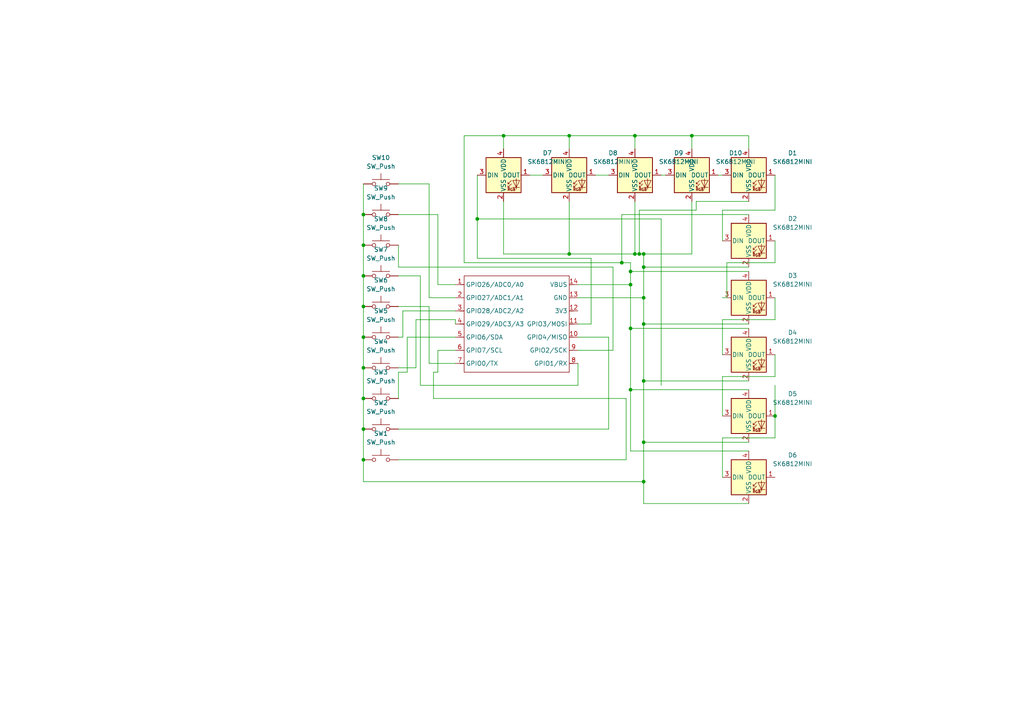
<source format=kicad_sch>
(kicad_sch
	(version 20250114)
	(generator "eeschema")
	(generator_version "9.0")
	(uuid "d5de8b8a-a969-4cce-9d47-435a45ed9171")
	(paper "A4")
	(lib_symbols
		(symbol "LED:SK6812MINI"
			(pin_names
				(offset 0.254)
			)
			(exclude_from_sim no)
			(in_bom yes)
			(on_board yes)
			(property "Reference" "D"
				(at 5.08 5.715 0)
				(effects
					(font
						(size 1.27 1.27)
					)
					(justify right bottom)
				)
			)
			(property "Value" "SK6812MINI"
				(at 1.27 -5.715 0)
				(effects
					(font
						(size 1.27 1.27)
					)
					(justify left top)
				)
			)
			(property "Footprint" "LED_SMD:LED_SK6812MINI_PLCC4_3.5x3.5mm_P1.75mm"
				(at 1.27 -7.62 0)
				(effects
					(font
						(size 1.27 1.27)
					)
					(justify left top)
					(hide yes)
				)
			)
			(property "Datasheet" "https://cdn-shop.adafruit.com/product-files/2686/SK6812MINI_REV.01-1-2.pdf"
				(at 2.54 -9.525 0)
				(effects
					(font
						(size 1.27 1.27)
					)
					(justify left top)
					(hide yes)
				)
			)
			(property "Description" "RGB LED with integrated controller"
				(at 0 0 0)
				(effects
					(font
						(size 1.27 1.27)
					)
					(hide yes)
				)
			)
			(property "ki_keywords" "RGB LED NeoPixel Mini addressable"
				(at 0 0 0)
				(effects
					(font
						(size 1.27 1.27)
					)
					(hide yes)
				)
			)
			(property "ki_fp_filters" "LED*SK6812MINI*PLCC*3.5x3.5mm*P1.75mm*"
				(at 0 0 0)
				(effects
					(font
						(size 1.27 1.27)
					)
					(hide yes)
				)
			)
			(symbol "SK6812MINI_0_0"
				(text "RGB"
					(at 2.286 -4.191 0)
					(effects
						(font
							(size 0.762 0.762)
						)
					)
				)
			)
			(symbol "SK6812MINI_0_1"
				(polyline
					(pts
						(xy 1.27 -2.54) (xy 1.778 -2.54)
					)
					(stroke
						(width 0)
						(type default)
					)
					(fill
						(type none)
					)
				)
				(polyline
					(pts
						(xy 1.27 -3.556) (xy 1.778 -3.556)
					)
					(stroke
						(width 0)
						(type default)
					)
					(fill
						(type none)
					)
				)
				(polyline
					(pts
						(xy 2.286 -1.524) (xy 1.27 -2.54) (xy 1.27 -2.032)
					)
					(stroke
						(width 0)
						(type default)
					)
					(fill
						(type none)
					)
				)
				(polyline
					(pts
						(xy 2.286 -2.54) (xy 1.27 -3.556) (xy 1.27 -3.048)
					)
					(stroke
						(width 0)
						(type default)
					)
					(fill
						(type none)
					)
				)
				(polyline
					(pts
						(xy 3.683 -1.016) (xy 3.683 -3.556) (xy 3.683 -4.064)
					)
					(stroke
						(width 0)
						(type default)
					)
					(fill
						(type none)
					)
				)
				(polyline
					(pts
						(xy 4.699 -1.524) (xy 2.667 -1.524) (xy 3.683 -3.556) (xy 4.699 -1.524)
					)
					(stroke
						(width 0)
						(type default)
					)
					(fill
						(type none)
					)
				)
				(polyline
					(pts
						(xy 4.699 -3.556) (xy 2.667 -3.556)
					)
					(stroke
						(width 0)
						(type default)
					)
					(fill
						(type none)
					)
				)
				(rectangle
					(start 5.08 5.08)
					(end -5.08 -5.08)
					(stroke
						(width 0.254)
						(type default)
					)
					(fill
						(type background)
					)
				)
			)
			(symbol "SK6812MINI_1_1"
				(pin input line
					(at -7.62 0 0)
					(length 2.54)
					(name "DIN"
						(effects
							(font
								(size 1.27 1.27)
							)
						)
					)
					(number "3"
						(effects
							(font
								(size 1.27 1.27)
							)
						)
					)
				)
				(pin power_in line
					(at 0 7.62 270)
					(length 2.54)
					(name "VDD"
						(effects
							(font
								(size 1.27 1.27)
							)
						)
					)
					(number "4"
						(effects
							(font
								(size 1.27 1.27)
							)
						)
					)
				)
				(pin power_in line
					(at 0 -7.62 90)
					(length 2.54)
					(name "VSS"
						(effects
							(font
								(size 1.27 1.27)
							)
						)
					)
					(number "2"
						(effects
							(font
								(size 1.27 1.27)
							)
						)
					)
				)
				(pin output line
					(at 7.62 0 180)
					(length 2.54)
					(name "DOUT"
						(effects
							(font
								(size 1.27 1.27)
							)
						)
					)
					(number "1"
						(effects
							(font
								(size 1.27 1.27)
							)
						)
					)
				)
			)
			(embedded_fonts no)
		)
		(symbol "OPL:XIAO-RP2040-DIP"
			(exclude_from_sim no)
			(in_bom yes)
			(on_board yes)
			(property "Reference" "U"
				(at 0 0 0)
				(effects
					(font
						(size 1.27 1.27)
					)
				)
			)
			(property "Value" "XIAO-RP2040-DIP"
				(at 5.334 -1.778 0)
				(effects
					(font
						(size 1.27 1.27)
					)
				)
			)
			(property "Footprint" "Module:MOUDLE14P-XIAO-DIP-SMD"
				(at 14.478 -32.258 0)
				(effects
					(font
						(size 1.27 1.27)
					)
					(hide yes)
				)
			)
			(property "Datasheet" ""
				(at 0 0 0)
				(effects
					(font
						(size 1.27 1.27)
					)
					(hide yes)
				)
			)
			(property "Description" ""
				(at 0 0 0)
				(effects
					(font
						(size 1.27 1.27)
					)
					(hide yes)
				)
			)
			(symbol "XIAO-RP2040-DIP_1_0"
				(polyline
					(pts
						(xy -1.27 -2.54) (xy 29.21 -2.54)
					)
					(stroke
						(width 0.1524)
						(type solid)
					)
					(fill
						(type none)
					)
				)
				(polyline
					(pts
						(xy -1.27 -5.08) (xy -2.54 -5.08)
					)
					(stroke
						(width 0.1524)
						(type solid)
					)
					(fill
						(type none)
					)
				)
				(polyline
					(pts
						(xy -1.27 -5.08) (xy -1.27 -2.54)
					)
					(stroke
						(width 0.1524)
						(type solid)
					)
					(fill
						(type none)
					)
				)
				(polyline
					(pts
						(xy -1.27 -8.89) (xy -2.54 -8.89)
					)
					(stroke
						(width 0.1524)
						(type solid)
					)
					(fill
						(type none)
					)
				)
				(polyline
					(pts
						(xy -1.27 -8.89) (xy -1.27 -5.08)
					)
					(stroke
						(width 0.1524)
						(type solid)
					)
					(fill
						(type none)
					)
				)
				(polyline
					(pts
						(xy -1.27 -12.7) (xy -2.54 -12.7)
					)
					(stroke
						(width 0.1524)
						(type solid)
					)
					(fill
						(type none)
					)
				)
				(polyline
					(pts
						(xy -1.27 -12.7) (xy -1.27 -8.89)
					)
					(stroke
						(width 0.1524)
						(type solid)
					)
					(fill
						(type none)
					)
				)
				(polyline
					(pts
						(xy -1.27 -16.51) (xy -2.54 -16.51)
					)
					(stroke
						(width 0.1524)
						(type solid)
					)
					(fill
						(type none)
					)
				)
				(polyline
					(pts
						(xy -1.27 -16.51) (xy -1.27 -12.7)
					)
					(stroke
						(width 0.1524)
						(type solid)
					)
					(fill
						(type none)
					)
				)
				(polyline
					(pts
						(xy -1.27 -20.32) (xy -2.54 -20.32)
					)
					(stroke
						(width 0.1524)
						(type solid)
					)
					(fill
						(type none)
					)
				)
				(polyline
					(pts
						(xy -1.27 -24.13) (xy -2.54 -24.13)
					)
					(stroke
						(width 0.1524)
						(type solid)
					)
					(fill
						(type none)
					)
				)
				(polyline
					(pts
						(xy -1.27 -27.94) (xy -2.54 -27.94)
					)
					(stroke
						(width 0.1524)
						(type solid)
					)
					(fill
						(type none)
					)
				)
				(polyline
					(pts
						(xy -1.27 -30.48) (xy -1.27 -16.51)
					)
					(stroke
						(width 0.1524)
						(type solid)
					)
					(fill
						(type none)
					)
				)
				(polyline
					(pts
						(xy 29.21 -2.54) (xy 29.21 -5.08)
					)
					(stroke
						(width 0.1524)
						(type solid)
					)
					(fill
						(type none)
					)
				)
				(polyline
					(pts
						(xy 29.21 -5.08) (xy 29.21 -8.89)
					)
					(stroke
						(width 0.1524)
						(type solid)
					)
					(fill
						(type none)
					)
				)
				(polyline
					(pts
						(xy 29.21 -8.89) (xy 29.21 -12.7)
					)
					(stroke
						(width 0.1524)
						(type solid)
					)
					(fill
						(type none)
					)
				)
				(polyline
					(pts
						(xy 29.21 -12.7) (xy 29.21 -30.48)
					)
					(stroke
						(width 0.1524)
						(type solid)
					)
					(fill
						(type none)
					)
				)
				(polyline
					(pts
						(xy 29.21 -30.48) (xy -1.27 -30.48)
					)
					(stroke
						(width 0.1524)
						(type solid)
					)
					(fill
						(type none)
					)
				)
				(polyline
					(pts
						(xy 30.48 -5.08) (xy 29.21 -5.08)
					)
					(stroke
						(width 0.1524)
						(type solid)
					)
					(fill
						(type none)
					)
				)
				(polyline
					(pts
						(xy 30.48 -8.89) (xy 29.21 -8.89)
					)
					(stroke
						(width 0.1524)
						(type solid)
					)
					(fill
						(type none)
					)
				)
				(polyline
					(pts
						(xy 30.48 -12.7) (xy 29.21 -12.7)
					)
					(stroke
						(width 0.1524)
						(type solid)
					)
					(fill
						(type none)
					)
				)
				(polyline
					(pts
						(xy 30.48 -16.51) (xy 29.21 -16.51)
					)
					(stroke
						(width 0.1524)
						(type solid)
					)
					(fill
						(type none)
					)
				)
				(polyline
					(pts
						(xy 30.48 -20.32) (xy 29.21 -20.32)
					)
					(stroke
						(width 0.1524)
						(type solid)
					)
					(fill
						(type none)
					)
				)
				(polyline
					(pts
						(xy 30.48 -24.13) (xy 29.21 -24.13)
					)
					(stroke
						(width 0.1524)
						(type solid)
					)
					(fill
						(type none)
					)
				)
				(polyline
					(pts
						(xy 30.48 -27.94) (xy 29.21 -27.94)
					)
					(stroke
						(width 0.1524)
						(type solid)
					)
					(fill
						(type none)
					)
				)
				(pin passive line
					(at -3.81 -5.08 0)
					(length 2.54)
					(name "GPIO26/ADC0/A0"
						(effects
							(font
								(size 1.27 1.27)
							)
						)
					)
					(number "1"
						(effects
							(font
								(size 1.27 1.27)
							)
						)
					)
				)
				(pin passive line
					(at -3.81 -8.89 0)
					(length 2.54)
					(name "GPIO27/ADC1/A1"
						(effects
							(font
								(size 1.27 1.27)
							)
						)
					)
					(number "2"
						(effects
							(font
								(size 1.27 1.27)
							)
						)
					)
				)
				(pin passive line
					(at -3.81 -12.7 0)
					(length 2.54)
					(name "GPIO28/ADC2/A2"
						(effects
							(font
								(size 1.27 1.27)
							)
						)
					)
					(number "3"
						(effects
							(font
								(size 1.27 1.27)
							)
						)
					)
				)
				(pin passive line
					(at -3.81 -16.51 0)
					(length 2.54)
					(name "GPIO29/ADC3/A3"
						(effects
							(font
								(size 1.27 1.27)
							)
						)
					)
					(number "4"
						(effects
							(font
								(size 1.27 1.27)
							)
						)
					)
				)
				(pin passive line
					(at -3.81 -20.32 0)
					(length 2.54)
					(name "GPIO6/SDA"
						(effects
							(font
								(size 1.27 1.27)
							)
						)
					)
					(number "5"
						(effects
							(font
								(size 1.27 1.27)
							)
						)
					)
				)
				(pin passive line
					(at -3.81 -24.13 0)
					(length 2.54)
					(name "GPIO7/SCL"
						(effects
							(font
								(size 1.27 1.27)
							)
						)
					)
					(number "6"
						(effects
							(font
								(size 1.27 1.27)
							)
						)
					)
				)
				(pin passive line
					(at -3.81 -27.94 0)
					(length 2.54)
					(name "GPIO0/TX"
						(effects
							(font
								(size 1.27 1.27)
							)
						)
					)
					(number "7"
						(effects
							(font
								(size 1.27 1.27)
							)
						)
					)
				)
				(pin passive line
					(at 31.75 -5.08 180)
					(length 2.54)
					(name "VBUS"
						(effects
							(font
								(size 1.27 1.27)
							)
						)
					)
					(number "14"
						(effects
							(font
								(size 1.27 1.27)
							)
						)
					)
				)
				(pin passive line
					(at 31.75 -8.89 180)
					(length 2.54)
					(name "GND"
						(effects
							(font
								(size 1.27 1.27)
							)
						)
					)
					(number "13"
						(effects
							(font
								(size 1.27 1.27)
							)
						)
					)
				)
				(pin passive line
					(at 31.75 -12.7 180)
					(length 2.54)
					(name "3V3"
						(effects
							(font
								(size 1.27 1.27)
							)
						)
					)
					(number "12"
						(effects
							(font
								(size 1.27 1.27)
							)
						)
					)
				)
				(pin passive line
					(at 31.75 -16.51 180)
					(length 2.54)
					(name "GPIO3/MOSI"
						(effects
							(font
								(size 1.27 1.27)
							)
						)
					)
					(number "11"
						(effects
							(font
								(size 1.27 1.27)
							)
						)
					)
				)
				(pin passive line
					(at 31.75 -20.32 180)
					(length 2.54)
					(name "GPIO4/MISO"
						(effects
							(font
								(size 1.27 1.27)
							)
						)
					)
					(number "10"
						(effects
							(font
								(size 1.27 1.27)
							)
						)
					)
				)
				(pin passive line
					(at 31.75 -24.13 180)
					(length 2.54)
					(name "GPIO2/SCK"
						(effects
							(font
								(size 1.27 1.27)
							)
						)
					)
					(number "9"
						(effects
							(font
								(size 1.27 1.27)
							)
						)
					)
				)
				(pin passive line
					(at 31.75 -27.94 180)
					(length 2.54)
					(name "GPIO1/RX"
						(effects
							(font
								(size 1.27 1.27)
							)
						)
					)
					(number "8"
						(effects
							(font
								(size 1.27 1.27)
							)
						)
					)
				)
			)
			(embedded_fonts no)
		)
		(symbol "Switch:SW_Push"
			(pin_numbers
				(hide yes)
			)
			(pin_names
				(offset 1.016)
				(hide yes)
			)
			(exclude_from_sim no)
			(in_bom yes)
			(on_board yes)
			(property "Reference" "SW"
				(at 1.27 2.54 0)
				(effects
					(font
						(size 1.27 1.27)
					)
					(justify left)
				)
			)
			(property "Value" "SW_Push"
				(at 0 -1.524 0)
				(effects
					(font
						(size 1.27 1.27)
					)
				)
			)
			(property "Footprint" ""
				(at 0 5.08 0)
				(effects
					(font
						(size 1.27 1.27)
					)
					(hide yes)
				)
			)
			(property "Datasheet" "~"
				(at 0 5.08 0)
				(effects
					(font
						(size 1.27 1.27)
					)
					(hide yes)
				)
			)
			(property "Description" "Push button switch, generic, two pins"
				(at 0 0 0)
				(effects
					(font
						(size 1.27 1.27)
					)
					(hide yes)
				)
			)
			(property "ki_keywords" "switch normally-open pushbutton push-button"
				(at 0 0 0)
				(effects
					(font
						(size 1.27 1.27)
					)
					(hide yes)
				)
			)
			(symbol "SW_Push_0_1"
				(circle
					(center -2.032 0)
					(radius 0.508)
					(stroke
						(width 0)
						(type default)
					)
					(fill
						(type none)
					)
				)
				(polyline
					(pts
						(xy 0 1.27) (xy 0 3.048)
					)
					(stroke
						(width 0)
						(type default)
					)
					(fill
						(type none)
					)
				)
				(circle
					(center 2.032 0)
					(radius 0.508)
					(stroke
						(width 0)
						(type default)
					)
					(fill
						(type none)
					)
				)
				(polyline
					(pts
						(xy 2.54 1.27) (xy -2.54 1.27)
					)
					(stroke
						(width 0)
						(type default)
					)
					(fill
						(type none)
					)
				)
				(pin passive line
					(at -5.08 0 0)
					(length 2.54)
					(name "1"
						(effects
							(font
								(size 1.27 1.27)
							)
						)
					)
					(number "1"
						(effects
							(font
								(size 1.27 1.27)
							)
						)
					)
				)
				(pin passive line
					(at 5.08 0 180)
					(length 2.54)
					(name "2"
						(effects
							(font
								(size 1.27 1.27)
							)
						)
					)
					(number "2"
						(effects
							(font
								(size 1.27 1.27)
							)
						)
					)
				)
			)
			(embedded_fonts no)
		)
	)
	(junction
		(at 105.41 62.23)
		(diameter 0)
		(color 0 0 0 0)
		(uuid "0047bdeb-57ac-4e99-b292-e839e42efdec")
	)
	(junction
		(at 186.69 73.66)
		(diameter 0)
		(color 0 0 0 0)
		(uuid "03f9a76e-0014-4d13-b35e-5d0e6dad82c8")
	)
	(junction
		(at 105.41 97.79)
		(diameter 0)
		(color 0 0 0 0)
		(uuid "04bcc0b2-ab5a-4de6-ae6d-9abccf9101c1")
	)
	(junction
		(at 180.34 76.2)
		(diameter 0)
		(color 0 0 0 0)
		(uuid "09f88121-fc0c-422a-9386-1d2b33cbb63e")
	)
	(junction
		(at 165.1 39.37)
		(diameter 0)
		(color 0 0 0 0)
		(uuid "1fce1534-4247-4c60-8c88-f91b07006e35")
	)
	(junction
		(at 146.05 39.37)
		(diameter 0)
		(color 0 0 0 0)
		(uuid "225bde15-f09f-4427-a390-232b99c605e2")
	)
	(junction
		(at 224.79 120.65)
		(diameter 0)
		(color 0 0 0 0)
		(uuid "2c0411c8-bfdc-49ca-816c-b0b52a13e2e1")
	)
	(junction
		(at 200.66 39.37)
		(diameter 0)
		(color 0 0 0 0)
		(uuid "3c649ffe-0de1-4e0e-aa50-d9b9409ede97")
	)
	(junction
		(at 186.69 86.36)
		(diameter 0)
		(color 0 0 0 0)
		(uuid "3d0a6b8d-919d-4dd5-9196-43082cb7014c")
	)
	(junction
		(at 185.42 73.66)
		(diameter 0)
		(color 0 0 0 0)
		(uuid "3d889331-a808-444e-a26a-e72060d4c2da")
	)
	(junction
		(at 165.1 73.66)
		(diameter 0)
		(color 0 0 0 0)
		(uuid "4b0aa1ee-3346-4883-9318-14d098c5a2c5")
	)
	(junction
		(at 186.69 128.27)
		(diameter 0)
		(color 0 0 0 0)
		(uuid "52eff3c5-18ca-4430-b697-96721b0ccb43")
	)
	(junction
		(at 105.41 124.46)
		(diameter 0)
		(color 0 0 0 0)
		(uuid "615f0b2b-10cc-4865-bf3e-996cbc10bef0")
	)
	(junction
		(at 105.41 80.01)
		(diameter 0)
		(color 0 0 0 0)
		(uuid "62f78744-3f84-4ef9-bf3c-e5a582ea627c")
	)
	(junction
		(at 182.88 78.74)
		(diameter 0)
		(color 0 0 0 0)
		(uuid "6c6eff39-1c26-4efa-8c26-9272f7d2ae22")
	)
	(junction
		(at 182.88 95.25)
		(diameter 0)
		(color 0 0 0 0)
		(uuid "777adcee-e853-4efa-bd50-27cf646ac751")
	)
	(junction
		(at 105.41 133.35)
		(diameter 0)
		(color 0 0 0 0)
		(uuid "8608d71c-7d4c-4eb9-b189-f6c77663b0e8")
	)
	(junction
		(at 184.15 39.37)
		(diameter 0)
		(color 0 0 0 0)
		(uuid "9061bdd6-e101-4da5-96a7-bd2c4dd43a39")
	)
	(junction
		(at 105.41 88.9)
		(diameter 0)
		(color 0 0 0 0)
		(uuid "9cec92ed-7219-4b74-b622-ae7bc46db941")
	)
	(junction
		(at 184.15 73.66)
		(diameter 0)
		(color 0 0 0 0)
		(uuid "9db098c0-2f80-46b7-b876-c1e6bc0482d0")
	)
	(junction
		(at 182.88 82.55)
		(diameter 0)
		(color 0 0 0 0)
		(uuid "a6616dfd-8a2a-4cf6-ad5a-6ee66d12f2f9")
	)
	(junction
		(at 182.88 113.03)
		(diameter 0)
		(color 0 0 0 0)
		(uuid "a82f01e6-56c1-4c54-b6e7-5c9aedab0e3a")
	)
	(junction
		(at 186.69 139.7)
		(diameter 0)
		(color 0 0 0 0)
		(uuid "d954a311-12bc-4f71-bab5-9c90294592a1")
	)
	(junction
		(at 105.41 106.68)
		(diameter 0)
		(color 0 0 0 0)
		(uuid "e0d074eb-b8e6-4d9c-b658-88107bd298fa")
	)
	(junction
		(at 138.43 63.5)
		(diameter 0)
		(color 0 0 0 0)
		(uuid "e5b578e7-82af-47de-8b75-463ccb28055f")
	)
	(junction
		(at 105.41 71.12)
		(diameter 0)
		(color 0 0 0 0)
		(uuid "eace24f4-37e3-4e76-9cf0-91e904c8967d")
	)
	(junction
		(at 186.69 110.49)
		(diameter 0)
		(color 0 0 0 0)
		(uuid "f56cd174-eb8b-48fa-a876-1367d973eeb9")
	)
	(junction
		(at 105.41 115.57)
		(diameter 0)
		(color 0 0 0 0)
		(uuid "f9486446-ccb1-47e7-a9ba-c9190b08351b")
	)
	(junction
		(at 186.69 77.47)
		(diameter 0)
		(color 0 0 0 0)
		(uuid "f95c2660-3531-44ca-afab-9e539e57731e")
	)
	(junction
		(at 186.69 93.98)
		(diameter 0)
		(color 0 0 0 0)
		(uuid "fc5c9df7-365a-4778-b2da-f6dcc5c31a01")
	)
	(wire
		(pts
			(xy 105.41 106.68) (xy 105.41 115.57)
		)
		(stroke
			(width 0)
			(type default)
		)
		(uuid "00ad617c-25bd-4211-8dfe-cfe89d1b44ff")
	)
	(wire
		(pts
			(xy 115.57 80.01) (xy 121.92 80.01)
		)
		(stroke
			(width 0)
			(type default)
		)
		(uuid "0420be2d-d34a-4b9d-bd26-3dccf17fbadf")
	)
	(wire
		(pts
			(xy 138.43 74.93) (xy 171.45 74.93)
		)
		(stroke
			(width 0)
			(type default)
		)
		(uuid "055b0ce8-2df3-4a86-a14f-d617148b0b16")
	)
	(wire
		(pts
			(xy 184.15 39.37) (xy 200.66 39.37)
		)
		(stroke
			(width 0)
			(type default)
		)
		(uuid "06d841ca-8e90-4da5-8d39-bdbc984e626d")
	)
	(wire
		(pts
			(xy 209.55 127) (xy 209.55 138.43)
		)
		(stroke
			(width 0)
			(type default)
		)
		(uuid "0a3d8781-4fc4-48ff-9a3a-184bc5be497b")
	)
	(wire
		(pts
			(xy 120.65 106.68) (xy 120.65 92.71)
		)
		(stroke
			(width 0)
			(type default)
		)
		(uuid "10a8e521-a975-4661-ad60-93c2cae238c8")
	)
	(wire
		(pts
			(xy 120.65 92.71) (xy 132.08 92.71)
		)
		(stroke
			(width 0)
			(type default)
		)
		(uuid "114016d1-fae5-4879-89e9-a0b81d65c78e")
	)
	(wire
		(pts
			(xy 176.53 97.79) (xy 176.53 124.46)
		)
		(stroke
			(width 0)
			(type default)
		)
		(uuid "169e4e50-0b68-4311-ad8c-ee39f2694999")
	)
	(wire
		(pts
			(xy 105.41 53.34) (xy 105.41 62.23)
		)
		(stroke
			(width 0)
			(type default)
		)
		(uuid "1a1fca3e-3f71-43f5-b0d3-eb416ea65509")
	)
	(wire
		(pts
			(xy 165.1 58.42) (xy 165.1 73.66)
		)
		(stroke
			(width 0)
			(type default)
		)
		(uuid "1a88474b-0cdb-4948-87b2-e5cee1fecc5f")
	)
	(wire
		(pts
			(xy 208.28 50.8) (xy 209.55 50.8)
		)
		(stroke
			(width 0)
			(type default)
		)
		(uuid "1ba0482d-0f6e-40b3-ac20-9067c0d929ac")
	)
	(wire
		(pts
			(xy 217.17 146.05) (xy 186.69 146.05)
		)
		(stroke
			(width 0)
			(type default)
		)
		(uuid "1c86cf24-b13b-409b-bfb5-36b8e98c7160")
	)
	(wire
		(pts
			(xy 138.43 50.8) (xy 138.43 63.5)
		)
		(stroke
			(width 0)
			(type default)
		)
		(uuid "20d9d5b3-9d7f-4ca6-af6c-9266acbdbc40")
	)
	(wire
		(pts
			(xy 124.46 105.41) (xy 124.46 88.9)
		)
		(stroke
			(width 0)
			(type default)
		)
		(uuid "22e60fc0-593c-4750-af74-a7681a8a54b2")
	)
	(wire
		(pts
			(xy 105.41 124.46) (xy 105.41 133.35)
		)
		(stroke
			(width 0)
			(type default)
		)
		(uuid "25f3d19f-3b4d-471e-8534-16ae8212f10d")
	)
	(wire
		(pts
			(xy 224.79 120.65) (xy 224.79 111.76)
		)
		(stroke
			(width 0)
			(type default)
		)
		(uuid "2a810009-2943-4de5-88cb-c9127f422b68")
	)
	(wire
		(pts
			(xy 200.66 73.66) (xy 186.69 73.66)
		)
		(stroke
			(width 0)
			(type default)
		)
		(uuid "319cd0cb-6acb-41e8-86fc-157fa8b2e96e")
	)
	(wire
		(pts
			(xy 124.46 88.9) (xy 115.57 88.9)
		)
		(stroke
			(width 0)
			(type default)
		)
		(uuid "343fa05d-2bdb-4a04-b2e6-ec64064f8109")
	)
	(wire
		(pts
			(xy 153.67 50.8) (xy 157.48 50.8)
		)
		(stroke
			(width 0)
			(type default)
		)
		(uuid "34dc9a52-1023-4795-930c-a363dd8affb1")
	)
	(wire
		(pts
			(xy 125.73 107.95) (xy 125.73 115.57)
		)
		(stroke
			(width 0)
			(type default)
		)
		(uuid "370949d8-060a-46ae-9514-22e5980b8d2a")
	)
	(wire
		(pts
			(xy 165.1 39.37) (xy 184.15 39.37)
		)
		(stroke
			(width 0)
			(type default)
		)
		(uuid "37dc8719-94f7-426a-a1eb-e8bd06dd419f")
	)
	(wire
		(pts
			(xy 124.46 53.34) (xy 115.57 53.34)
		)
		(stroke
			(width 0)
			(type default)
		)
		(uuid "39601d47-6bc7-4c96-9fc2-b89916e10308")
	)
	(wire
		(pts
			(xy 224.79 127) (xy 209.55 127)
		)
		(stroke
			(width 0)
			(type default)
		)
		(uuid "3a2dd9e4-d5ab-487b-8332-35032063d533")
	)
	(wire
		(pts
			(xy 200.66 39.37) (xy 200.66 43.18)
		)
		(stroke
			(width 0)
			(type default)
		)
		(uuid "3bf90a8f-811e-4ef6-8b83-6beb768f8f11")
	)
	(wire
		(pts
			(xy 146.05 73.66) (xy 165.1 73.66)
		)
		(stroke
			(width 0)
			(type default)
		)
		(uuid "3bfa0213-2356-440e-80b5-8c6b1ad14400")
	)
	(wire
		(pts
			(xy 105.41 133.35) (xy 105.41 139.7)
		)
		(stroke
			(width 0)
			(type default)
		)
		(uuid "3c3591c4-57b2-4622-af59-660fe07d0d0e")
	)
	(wire
		(pts
			(xy 182.88 76.2) (xy 180.34 76.2)
		)
		(stroke
			(width 0)
			(type default)
		)
		(uuid "3d0756ea-5fed-4f86-9f6f-90a3fb01dc94")
	)
	(wire
		(pts
			(xy 186.69 93.98) (xy 186.69 110.49)
		)
		(stroke
			(width 0)
			(type default)
		)
		(uuid "3d4fef25-324b-491c-9910-37f8affcbc2b")
	)
	(wire
		(pts
			(xy 200.66 39.37) (xy 217.17 39.37)
		)
		(stroke
			(width 0)
			(type default)
		)
		(uuid "3f6cc600-0883-464f-9feb-375a3a38336d")
	)
	(wire
		(pts
			(xy 224.79 60.96) (xy 209.55 60.96)
		)
		(stroke
			(width 0)
			(type default)
		)
		(uuid "400e5c24-5439-4b12-9f2e-0404af90fbd4")
	)
	(wire
		(pts
			(xy 184.15 58.42) (xy 184.15 73.66)
		)
		(stroke
			(width 0)
			(type default)
		)
		(uuid "41bdf6ef-c074-4a0d-ab24-1b6ba163e808")
	)
	(wire
		(pts
			(xy 105.41 115.57) (xy 105.41 124.46)
		)
		(stroke
			(width 0)
			(type default)
		)
		(uuid "4337139c-acec-487e-93f6-3b27061ec0d2")
	)
	(wire
		(pts
			(xy 201.93 58.42) (xy 201.93 60.96)
		)
		(stroke
			(width 0)
			(type default)
		)
		(uuid "449adc2a-3a58-445f-b876-b1247c131808")
	)
	(wire
		(pts
			(xy 182.88 113.03) (xy 182.88 130.81)
		)
		(stroke
			(width 0)
			(type default)
		)
		(uuid "45ad7059-6703-4cba-a492-3de3a35ce5da")
	)
	(wire
		(pts
			(xy 105.41 80.01) (xy 105.41 88.9)
		)
		(stroke
			(width 0)
			(type default)
		)
		(uuid "480fe8d0-314c-4562-b58b-52e64ed1411c")
	)
	(wire
		(pts
			(xy 217.17 110.49) (xy 186.69 110.49)
		)
		(stroke
			(width 0)
			(type default)
		)
		(uuid "4877803c-3f6f-4bfc-82e0-dc91118ad904")
	)
	(wire
		(pts
			(xy 146.05 39.37) (xy 146.05 43.18)
		)
		(stroke
			(width 0)
			(type default)
		)
		(uuid "48a533c0-7494-454d-aca5-dbe0531b4414")
	)
	(wire
		(pts
			(xy 125.73 107.95) (xy 127 107.95)
		)
		(stroke
			(width 0)
			(type default)
		)
		(uuid "4a4efe57-77da-4a63-80df-32661b520022")
	)
	(wire
		(pts
			(xy 176.53 97.79) (xy 167.64 97.79)
		)
		(stroke
			(width 0)
			(type default)
		)
		(uuid "4b1f30cd-be12-43c7-924a-068d68dec94b")
	)
	(wire
		(pts
			(xy 186.69 77.47) (xy 186.69 86.36)
		)
		(stroke
			(width 0)
			(type default)
		)
		(uuid "4c3586c3-e4d7-4edf-8673-c6291bbe2cab")
	)
	(wire
		(pts
			(xy 224.79 86.36) (xy 224.79 92.71)
		)
		(stroke
			(width 0)
			(type default)
		)
		(uuid "4ea7c2f3-fd8c-4a9e-98ec-0f9c798b2d41")
	)
	(wire
		(pts
			(xy 171.45 93.98) (xy 167.64 93.98)
		)
		(stroke
			(width 0)
			(type default)
		)
		(uuid "53b10546-b446-4bdd-b469-951e224c4f08")
	)
	(wire
		(pts
			(xy 132.08 92.71) (xy 132.08 93.98)
		)
		(stroke
			(width 0)
			(type default)
		)
		(uuid "54fa54e0-6d21-4079-a5fc-cea55b33467b")
	)
	(wire
		(pts
			(xy 165.1 39.37) (xy 165.1 43.18)
		)
		(stroke
			(width 0)
			(type default)
		)
		(uuid "566e8c77-d763-44ab-a7fa-a8133b418028")
	)
	(wire
		(pts
			(xy 115.57 106.68) (xy 120.65 106.68)
		)
		(stroke
			(width 0)
			(type default)
		)
		(uuid "5b774333-d9a2-45b0-b3d7-d0b6f59b010d")
	)
	(wire
		(pts
			(xy 209.55 109.22) (xy 209.55 120.65)
		)
		(stroke
			(width 0)
			(type default)
		)
		(uuid "5fba0a21-7e3f-4860-b9fe-7c4a896ab35f")
	)
	(wire
		(pts
			(xy 167.64 111.76) (xy 167.64 105.41)
		)
		(stroke
			(width 0)
			(type default)
		)
		(uuid "6381a872-2f46-47ca-8b4c-5a1b4bc107de")
	)
	(wire
		(pts
			(xy 182.88 95.25) (xy 217.17 95.25)
		)
		(stroke
			(width 0)
			(type default)
		)
		(uuid "69ae4e4d-96c9-41a3-8109-521448765424")
	)
	(wire
		(pts
			(xy 217.17 78.74) (xy 182.88 78.74)
		)
		(stroke
			(width 0)
			(type default)
		)
		(uuid "70131f5f-f6e6-4d7b-b51b-fdf8a6533b3d")
	)
	(wire
		(pts
			(xy 186.69 128.27) (xy 217.17 128.27)
		)
		(stroke
			(width 0)
			(type default)
		)
		(uuid "724fd2d1-c688-4dc9-a6c5-ecdcc3cad49a")
	)
	(wire
		(pts
			(xy 167.64 86.36) (xy 186.69 86.36)
		)
		(stroke
			(width 0)
			(type default)
		)
		(uuid "75880dc8-06de-42f8-8141-8847d65e96e2")
	)
	(wire
		(pts
			(xy 171.45 74.93) (xy 171.45 93.98)
		)
		(stroke
			(width 0)
			(type default)
		)
		(uuid "762605c6-5679-41b6-87c7-8283d00d6069")
	)
	(wire
		(pts
			(xy 209.55 92.71) (xy 209.55 102.87)
		)
		(stroke
			(width 0)
			(type default)
		)
		(uuid "7bf04949-fa61-49b1-b7ff-dfff7b75d413")
	)
	(wire
		(pts
			(xy 105.41 71.12) (xy 105.41 80.01)
		)
		(stroke
			(width 0)
			(type default)
		)
		(uuid "7c8d76c4-8cba-44e9-a6fa-c04f0b88766d")
	)
	(wire
		(pts
			(xy 217.17 62.23) (xy 180.34 62.23)
		)
		(stroke
			(width 0)
			(type default)
		)
		(uuid "80a749d9-4436-4311-9c8d-66cf9ebfeb5b")
	)
	(wire
		(pts
			(xy 181.61 133.35) (xy 115.57 133.35)
		)
		(stroke
			(width 0)
			(type default)
		)
		(uuid "824465d6-3b20-4434-8523-488f841a9660")
	)
	(wire
		(pts
			(xy 186.69 73.66) (xy 186.69 77.47)
		)
		(stroke
			(width 0)
			(type default)
		)
		(uuid "82529de5-3fa7-4c75-86bf-2bc95bc8a768")
	)
	(wire
		(pts
			(xy 191.77 50.8) (xy 193.04 50.8)
		)
		(stroke
			(width 0)
			(type default)
		)
		(uuid "872cf325-c0ff-43cf-ac5f-201dba4db97b")
	)
	(wire
		(pts
			(xy 167.64 82.55) (xy 182.88 82.55)
		)
		(stroke
			(width 0)
			(type default)
		)
		(uuid "87746e01-f35b-4252-b9fb-81a206761779")
	)
	(wire
		(pts
			(xy 186.69 93.98) (xy 217.17 93.98)
		)
		(stroke
			(width 0)
			(type default)
		)
		(uuid "87c9534f-9545-4395-a6ea-02cef7dcdc30")
	)
	(wire
		(pts
			(xy 185.42 73.66) (xy 186.69 73.66)
		)
		(stroke
			(width 0)
			(type default)
		)
		(uuid "8a65b521-10f9-453b-ba94-5516becbf23b")
	)
	(wire
		(pts
			(xy 134.62 39.37) (xy 146.05 39.37)
		)
		(stroke
			(width 0)
			(type default)
		)
		(uuid "8c47760d-eab6-4ff2-a4aa-560140373542")
	)
	(wire
		(pts
			(xy 118.11 107.95) (xy 118.11 97.79)
		)
		(stroke
			(width 0)
			(type default)
		)
		(uuid "8ef41057-dbe8-40f7-a1a3-29751cfdc7a9")
	)
	(wire
		(pts
			(xy 224.79 92.71) (xy 209.55 92.71)
		)
		(stroke
			(width 0)
			(type default)
		)
		(uuid "8f71746e-d88b-4b49-90d6-6d8ec1a13f69")
	)
	(wire
		(pts
			(xy 121.92 111.76) (xy 167.64 111.76)
		)
		(stroke
			(width 0)
			(type default)
		)
		(uuid "90c85a67-1f50-4af1-9cac-5eb063673d2b")
	)
	(wire
		(pts
			(xy 125.73 115.57) (xy 181.61 115.57)
		)
		(stroke
			(width 0)
			(type default)
		)
		(uuid "91467c1d-49ab-4724-93cf-7a5c6c9ff368")
	)
	(wire
		(pts
			(xy 209.55 86.36) (xy 210.82 86.36)
		)
		(stroke
			(width 0)
			(type default)
		)
		(uuid "91cdbdf5-f011-490a-a1b4-f572e746dd40")
	)
	(wire
		(pts
			(xy 186.69 128.27) (xy 186.69 139.7)
		)
		(stroke
			(width 0)
			(type default)
		)
		(uuid "943fd3cc-94bd-474f-a990-2d06b4f2374c")
	)
	(wire
		(pts
			(xy 116.84 97.79) (xy 115.57 97.79)
		)
		(stroke
			(width 0)
			(type default)
		)
		(uuid "94fd65ff-1f8c-4501-b797-1b5b935d7329")
	)
	(wire
		(pts
			(xy 124.46 53.34) (xy 124.46 86.36)
		)
		(stroke
			(width 0)
			(type default)
		)
		(uuid "950947cf-ec43-4d84-b544-4e08169c8213")
	)
	(wire
		(pts
			(xy 224.79 120.65) (xy 224.79 127)
		)
		(stroke
			(width 0)
			(type default)
		)
		(uuid "980bad8d-d86d-4196-ab0d-cac77aab9b34")
	)
	(wire
		(pts
			(xy 105.41 62.23) (xy 105.41 71.12)
		)
		(stroke
			(width 0)
			(type default)
		)
		(uuid "9c30f50c-49c9-4dad-bdaa-02df069faaa6")
	)
	(wire
		(pts
			(xy 116.84 90.17) (xy 116.84 97.79)
		)
		(stroke
			(width 0)
			(type default)
		)
		(uuid "9cf807db-9ac2-488d-a4d1-4ce82b4b9b7b")
	)
	(wire
		(pts
			(xy 127 107.95) (xy 127 101.6)
		)
		(stroke
			(width 0)
			(type default)
		)
		(uuid "9d0846f1-32b8-4ba5-b741-62151f0395ca")
	)
	(wire
		(pts
			(xy 105.41 97.79) (xy 105.41 106.68)
		)
		(stroke
			(width 0)
			(type default)
		)
		(uuid "9ff4ccf4-fe1c-43fd-966a-9a887c353b95")
	)
	(wire
		(pts
			(xy 186.69 93.98) (xy 186.69 86.36)
		)
		(stroke
			(width 0)
			(type default)
		)
		(uuid "a1fd330a-c597-4a98-9c2c-37a14f18e27f")
	)
	(wire
		(pts
			(xy 209.55 60.96) (xy 209.55 69.85)
		)
		(stroke
			(width 0)
			(type default)
		)
		(uuid "a3f9236d-861e-4593-b14e-ea55f6ba75bf")
	)
	(wire
		(pts
			(xy 217.17 58.42) (xy 201.93 58.42)
		)
		(stroke
			(width 0)
			(type default)
		)
		(uuid "a44c3a0e-f2d6-480f-b77d-6cf76b220b1a")
	)
	(wire
		(pts
			(xy 132.08 86.36) (xy 124.46 86.36)
		)
		(stroke
			(width 0)
			(type default)
		)
		(uuid "a6eb568c-1e53-4092-bf8c-c6d9079bb968")
	)
	(wire
		(pts
			(xy 115.57 71.12) (xy 115.57 77.47)
		)
		(stroke
			(width 0)
			(type default)
		)
		(uuid "a7aad040-7812-4157-bee9-7a1985a19e3a")
	)
	(wire
		(pts
			(xy 181.61 133.35) (xy 181.61 115.57)
		)
		(stroke
			(width 0)
			(type default)
		)
		(uuid "abd0e567-b643-4b78-9d49-70f6c0b10a8e")
	)
	(wire
		(pts
			(xy 115.57 115.57) (xy 115.57 107.95)
		)
		(stroke
			(width 0)
			(type default)
		)
		(uuid "ad9282c5-e37e-44ec-8911-ace58a237a0d")
	)
	(wire
		(pts
			(xy 115.57 107.95) (xy 118.11 107.95)
		)
		(stroke
			(width 0)
			(type default)
		)
		(uuid "af7cbdda-6b20-4375-909d-864548045e52")
	)
	(wire
		(pts
			(xy 115.57 77.47) (xy 177.8 77.47)
		)
		(stroke
			(width 0)
			(type default)
		)
		(uuid "b0900cc2-a32b-458a-89b6-6c763229b806")
	)
	(wire
		(pts
			(xy 127 82.55) (xy 127 62.23)
		)
		(stroke
			(width 0)
			(type default)
		)
		(uuid "b2272671-eb10-48a0-81de-dd7387254b34")
	)
	(wire
		(pts
			(xy 182.88 95.25) (xy 182.88 113.03)
		)
		(stroke
			(width 0)
			(type default)
		)
		(uuid "b2a436bf-2046-4b7c-8e71-bd722dff965f")
	)
	(wire
		(pts
			(xy 115.57 62.23) (xy 127 62.23)
		)
		(stroke
			(width 0)
			(type default)
		)
		(uuid "b3418caf-8ff2-4cf4-824a-0cffc6fae199")
	)
	(wire
		(pts
			(xy 200.66 58.42) (xy 200.66 73.66)
		)
		(stroke
			(width 0)
			(type default)
		)
		(uuid "b41ec456-df6b-4833-9ea9-65fcadb963e4")
	)
	(wire
		(pts
			(xy 167.64 101.6) (xy 177.8 101.6)
		)
		(stroke
			(width 0)
			(type default)
		)
		(uuid "b4a500cb-91b2-4696-8c88-b019709a5666")
	)
	(wire
		(pts
			(xy 138.43 63.5) (xy 191.77 63.5)
		)
		(stroke
			(width 0)
			(type default)
		)
		(uuid "b53418d9-b754-4e8b-9d7d-827bbdf35f90")
	)
	(wire
		(pts
			(xy 224.79 69.85) (xy 224.79 76.2)
		)
		(stroke
			(width 0)
			(type default)
		)
		(uuid "b803a29c-2812-40ad-ab68-c9d7eea93a75")
	)
	(wire
		(pts
			(xy 177.8 77.47) (xy 177.8 101.6)
		)
		(stroke
			(width 0)
			(type default)
		)
		(uuid "b876982b-f874-4049-a0b3-06b52ee3ba91")
	)
	(wire
		(pts
			(xy 185.42 60.96) (xy 185.42 73.66)
		)
		(stroke
			(width 0)
			(type default)
		)
		(uuid "b9478828-3de1-4d73-a782-6e5e5cdba94f")
	)
	(wire
		(pts
			(xy 191.77 111.76) (xy 191.77 63.5)
		)
		(stroke
			(width 0)
			(type default)
		)
		(uuid "bdac076f-03d5-44ff-8f4c-ca39e7e38303")
	)
	(wire
		(pts
			(xy 180.34 62.23) (xy 180.34 76.2)
		)
		(stroke
			(width 0)
			(type default)
		)
		(uuid "beac3839-7dd3-4894-aa5a-f550a4dce976")
	)
	(wire
		(pts
			(xy 121.92 80.01) (xy 121.92 111.76)
		)
		(stroke
			(width 0)
			(type default)
		)
		(uuid "bf7c3bfa-0174-406a-9e4c-89c74ef78813")
	)
	(wire
		(pts
			(xy 127 82.55) (xy 132.08 82.55)
		)
		(stroke
			(width 0)
			(type default)
		)
		(uuid "c0dec362-825a-4115-9460-0686867da72e")
	)
	(wire
		(pts
			(xy 132.08 105.41) (xy 124.46 105.41)
		)
		(stroke
			(width 0)
			(type default)
		)
		(uuid "c1504dfa-64ae-497e-a3e8-107e207107c3")
	)
	(wire
		(pts
			(xy 210.82 76.2) (xy 210.82 86.36)
		)
		(stroke
			(width 0)
			(type default)
		)
		(uuid "c15d48c2-7a9a-4419-82dd-88e38eb1421d")
	)
	(wire
		(pts
			(xy 186.69 146.05) (xy 186.69 139.7)
		)
		(stroke
			(width 0)
			(type default)
		)
		(uuid "c6331de9-c1fe-4279-81ef-3d4c5af7cbd2")
	)
	(wire
		(pts
			(xy 182.88 130.81) (xy 217.17 130.81)
		)
		(stroke
			(width 0)
			(type default)
		)
		(uuid "c672f3df-ff16-45cf-97ff-46598c3eb603")
	)
	(wire
		(pts
			(xy 105.41 88.9) (xy 105.41 97.79)
		)
		(stroke
			(width 0)
			(type default)
		)
		(uuid "c6b75cca-6526-4582-ad5b-8b68a7919c21")
	)
	(wire
		(pts
			(xy 165.1 73.66) (xy 184.15 73.66)
		)
		(stroke
			(width 0)
			(type default)
		)
		(uuid "c7e47484-56f9-4699-9f6c-a7a2ccb3a8f6")
	)
	(wire
		(pts
			(xy 186.69 110.49) (xy 186.69 128.27)
		)
		(stroke
			(width 0)
			(type default)
		)
		(uuid "c8ffa0dc-2703-4e1e-9a96-27c155c9664c")
	)
	(wire
		(pts
			(xy 224.79 50.8) (xy 224.79 60.96)
		)
		(stroke
			(width 0)
			(type default)
		)
		(uuid "c9dfcaa6-184b-40ef-a9d9-5e3c65450e0a")
	)
	(wire
		(pts
			(xy 180.34 76.2) (xy 134.62 76.2)
		)
		(stroke
			(width 0)
			(type default)
		)
		(uuid "cc08d14a-c5ec-4e68-8ca0-dd1110b64d9c")
	)
	(wire
		(pts
			(xy 134.62 76.2) (xy 134.62 39.37)
		)
		(stroke
			(width 0)
			(type default)
		)
		(uuid "cc327fb6-548c-41e9-b57c-c28f6f455572")
	)
	(wire
		(pts
			(xy 224.79 102.87) (xy 224.79 109.22)
		)
		(stroke
			(width 0)
			(type default)
		)
		(uuid "cfa7af8e-7395-4f52-908a-d12de3b7c2be")
	)
	(wire
		(pts
			(xy 224.79 76.2) (xy 210.82 76.2)
		)
		(stroke
			(width 0)
			(type default)
		)
		(uuid "d0d89f88-5886-4076-a154-72ce33f124db")
	)
	(wire
		(pts
			(xy 184.15 73.66) (xy 185.42 73.66)
		)
		(stroke
			(width 0)
			(type default)
		)
		(uuid "d5f33c2f-74df-46f7-a7f7-a9b5470a994c")
	)
	(wire
		(pts
			(xy 182.88 78.74) (xy 182.88 76.2)
		)
		(stroke
			(width 0)
			(type default)
		)
		(uuid "d86ac0d5-ee2c-44f6-a33e-4428eb33c7a4")
	)
	(wire
		(pts
			(xy 127 101.6) (xy 132.08 101.6)
		)
		(stroke
			(width 0)
			(type default)
		)
		(uuid "da850a21-1a4f-432d-9d72-930631ffca1e")
	)
	(wire
		(pts
			(xy 138.43 63.5) (xy 138.43 74.93)
		)
		(stroke
			(width 0)
			(type default)
		)
		(uuid "dc35e271-9dee-444b-bdc2-27b4abfb3dd5")
	)
	(wire
		(pts
			(xy 115.57 124.46) (xy 176.53 124.46)
		)
		(stroke
			(width 0)
			(type default)
		)
		(uuid "dc57ee42-80cb-4f94-8c4c-10bd974fff62")
	)
	(wire
		(pts
			(xy 172.72 50.8) (xy 176.53 50.8)
		)
		(stroke
			(width 0)
			(type default)
		)
		(uuid "de2f9979-ad8c-4ee7-b574-5b98ee0b6671")
	)
	(wire
		(pts
			(xy 201.93 60.96) (xy 185.42 60.96)
		)
		(stroke
			(width 0)
			(type default)
		)
		(uuid "dfc61283-1580-46f6-ac42-85a59e2eaf76")
	)
	(wire
		(pts
			(xy 184.15 39.37) (xy 184.15 43.18)
		)
		(stroke
			(width 0)
			(type default)
		)
		(uuid "e0b1e296-3325-4cbb-85ca-4b83db714053")
	)
	(wire
		(pts
			(xy 186.69 77.47) (xy 217.17 77.47)
		)
		(stroke
			(width 0)
			(type default)
		)
		(uuid "e2fef82c-8d00-4f8f-8b0a-f4dd1ce16da1")
	)
	(wire
		(pts
			(xy 182.88 82.55) (xy 182.88 95.25)
		)
		(stroke
			(width 0)
			(type default)
		)
		(uuid "e53a356f-2ce1-4ecf-bf92-147b96efa14c")
	)
	(wire
		(pts
			(xy 217.17 39.37) (xy 217.17 43.18)
		)
		(stroke
			(width 0)
			(type default)
		)
		(uuid "ee111481-1fe8-4cd2-ab8b-6d1ba5a338d6")
	)
	(wire
		(pts
			(xy 132.08 90.17) (xy 116.84 90.17)
		)
		(stroke
			(width 0)
			(type default)
		)
		(uuid "ef35abf1-1423-491a-bb22-63bf708def80")
	)
	(wire
		(pts
			(xy 105.41 139.7) (xy 186.69 139.7)
		)
		(stroke
			(width 0)
			(type default)
		)
		(uuid "f1363b05-50a4-4ed2-9889-e538d2cf3e89")
	)
	(wire
		(pts
			(xy 182.88 113.03) (xy 217.17 113.03)
		)
		(stroke
			(width 0)
			(type default)
		)
		(uuid "f352d603-07c7-4e92-9980-518c7970d298")
	)
	(wire
		(pts
			(xy 146.05 39.37) (xy 165.1 39.37)
		)
		(stroke
			(width 0)
			(type default)
		)
		(uuid "f51cba3e-a4f7-47e5-a087-3be2c1e2ba6a")
	)
	(wire
		(pts
			(xy 182.88 78.74) (xy 182.88 82.55)
		)
		(stroke
			(width 0)
			(type default)
		)
		(uuid "f756a6f8-7ff4-4eb1-ac81-a1ec2e4f1950")
	)
	(wire
		(pts
			(xy 224.79 109.22) (xy 209.55 109.22)
		)
		(stroke
			(width 0)
			(type default)
		)
		(uuid "f80915b0-9201-46be-b2a5-d1685bceb4cb")
	)
	(wire
		(pts
			(xy 146.05 58.42) (xy 146.05 73.66)
		)
		(stroke
			(width 0)
			(type default)
		)
		(uuid "f8d4e927-1a7f-42e5-8891-3271e453cf59")
	)
	(wire
		(pts
			(xy 118.11 97.79) (xy 132.08 97.79)
		)
		(stroke
			(width 0)
			(type default)
		)
		(uuid "fc33492a-c666-46d0-ad34-683d5066ebda")
	)
	(symbol
		(lib_id "Switch:SW_Push")
		(at 110.49 80.01 0)
		(unit 1)
		(exclude_from_sim no)
		(in_bom yes)
		(on_board yes)
		(dnp no)
		(fields_autoplaced yes)
		(uuid "08b0331b-eaf3-47af-aa9b-6e66ea632c1c")
		(property "Reference" "SW7"
			(at 110.49 72.39 0)
			(effects
				(font
					(size 1.27 1.27)
				)
			)
		)
		(property "Value" "SW_Push"
			(at 110.49 74.93 0)
			(effects
				(font
					(size 1.27 1.27)
				)
			)
		)
		(property "Footprint" "Button_Switch_Keyboard:SW_Cherry_MX_1.00u_PCB"
			(at 110.49 74.93 0)
			(effects
				(font
					(size 1.27 1.27)
				)
				(hide yes)
			)
		)
		(property "Datasheet" "~"
			(at 110.49 74.93 0)
			(effects
				(font
					(size 1.27 1.27)
				)
				(hide yes)
			)
		)
		(property "Description" "Push button switch, generic, two pins"
			(at 110.49 80.01 0)
			(effects
				(font
					(size 1.27 1.27)
				)
				(hide yes)
			)
		)
		(pin "1"
			(uuid "f4fab19a-ee7a-431c-8709-230536cfd4ff")
		)
		(pin "2"
			(uuid "d24b223c-b318-4a22-95ee-1604f650093c")
		)
		(instances
			(project "opentest"
				(path "/d5de8b8a-a969-4cce-9d47-435a45ed9171"
					(reference "SW7")
					(unit 1)
				)
			)
		)
	)
	(symbol
		(lib_id "LED:SK6812MINI")
		(at 165.1 50.8 0)
		(unit 1)
		(exclude_from_sim no)
		(in_bom yes)
		(on_board yes)
		(dnp no)
		(fields_autoplaced yes)
		(uuid "16a8ce0f-e76f-4c2f-82c7-994bb89c65a1")
		(property "Reference" "D8"
			(at 177.8 44.3798 0)
			(effects
				(font
					(size 1.27 1.27)
				)
			)
		)
		(property "Value" "SK6812MINI"
			(at 177.8 46.9198 0)
			(effects
				(font
					(size 1.27 1.27)
				)
			)
		)
		(property "Footprint" "LED_SMD:LED_SK6812MINI_PLCC4_3.5x3.5mm_P1.75mm"
			(at 166.37 58.42 0)
			(effects
				(font
					(size 1.27 1.27)
				)
				(justify left top)
				(hide yes)
			)
		)
		(property "Datasheet" "https://cdn-shop.adafruit.com/product-files/2686/SK6812MINI_REV.01-1-2.pdf"
			(at 167.64 60.325 0)
			(effects
				(font
					(size 1.27 1.27)
				)
				(justify left top)
				(hide yes)
			)
		)
		(property "Description" "RGB LED with integrated controller"
			(at 165.1 50.8 0)
			(effects
				(font
					(size 1.27 1.27)
				)
				(hide yes)
			)
		)
		(pin "3"
			(uuid "9f334163-0e9f-43d2-863f-26c459f4a1fe")
		)
		(pin "4"
			(uuid "d2f574f7-e43e-45fe-ba7b-c102abaf5dfe")
		)
		(pin "2"
			(uuid "a085da61-ea2f-4265-ad3e-b41320738d6a")
		)
		(pin "1"
			(uuid "6f6a86b3-06e8-42d6-a601-604c5129c734")
		)
		(instances
			(project "opentest"
				(path "/d5de8b8a-a969-4cce-9d47-435a45ed9171"
					(reference "D8")
					(unit 1)
				)
			)
		)
	)
	(symbol
		(lib_id "LED:SK6812MINI")
		(at 217.17 86.36 0)
		(unit 1)
		(exclude_from_sim no)
		(in_bom yes)
		(on_board yes)
		(dnp no)
		(fields_autoplaced yes)
		(uuid "2e2135a3-c7b8-4984-b0c2-17d9602a82eb")
		(property "Reference" "D3"
			(at 229.87 79.9398 0)
			(effects
				(font
					(size 1.27 1.27)
				)
			)
		)
		(property "Value" "SK6812MINI"
			(at 229.87 82.4798 0)
			(effects
				(font
					(size 1.27 1.27)
				)
			)
		)
		(property "Footprint" "LED_SMD:LED_SK6812MINI_PLCC4_3.5x3.5mm_P1.75mm"
			(at 218.44 93.98 0)
			(effects
				(font
					(size 1.27 1.27)
				)
				(justify left top)
				(hide yes)
			)
		)
		(property "Datasheet" "https://cdn-shop.adafruit.com/product-files/2686/SK6812MINI_REV.01-1-2.pdf"
			(at 219.71 95.885 0)
			(effects
				(font
					(size 1.27 1.27)
				)
				(justify left top)
				(hide yes)
			)
		)
		(property "Description" "RGB LED with integrated controller"
			(at 217.17 86.36 0)
			(effects
				(font
					(size 1.27 1.27)
				)
				(hide yes)
			)
		)
		(pin "3"
			(uuid "16efd392-1723-453b-b174-d553cc0da1e2")
		)
		(pin "4"
			(uuid "7fd87711-791c-4719-9ba9-0faf9fff878d")
		)
		(pin "2"
			(uuid "cd6a51f1-c619-482e-b2e3-d73072c67125")
		)
		(pin "1"
			(uuid "8dbd227d-18f8-40bc-872b-52cbfe1c9471")
		)
		(instances
			(project "opentest"
				(path "/d5de8b8a-a969-4cce-9d47-435a45ed9171"
					(reference "D3")
					(unit 1)
				)
			)
		)
	)
	(symbol
		(lib_id "LED:SK6812MINI")
		(at 217.17 69.85 0)
		(unit 1)
		(exclude_from_sim no)
		(in_bom yes)
		(on_board yes)
		(dnp no)
		(fields_autoplaced yes)
		(uuid "311a56f9-a99d-4091-a4bd-62015159034d")
		(property "Reference" "D2"
			(at 229.87 63.4298 0)
			(effects
				(font
					(size 1.27 1.27)
				)
			)
		)
		(property "Value" "SK6812MINI"
			(at 229.87 65.9698 0)
			(effects
				(font
					(size 1.27 1.27)
				)
			)
		)
		(property "Footprint" "LED_SMD:LED_SK6812MINI_PLCC4_3.5x3.5mm_P1.75mm"
			(at 218.44 77.47 0)
			(effects
				(font
					(size 1.27 1.27)
				)
				(justify left top)
				(hide yes)
			)
		)
		(property "Datasheet" "https://cdn-shop.adafruit.com/product-files/2686/SK6812MINI_REV.01-1-2.pdf"
			(at 219.71 79.375 0)
			(effects
				(font
					(size 1.27 1.27)
				)
				(justify left top)
				(hide yes)
			)
		)
		(property "Description" "RGB LED with integrated controller"
			(at 217.17 69.85 0)
			(effects
				(font
					(size 1.27 1.27)
				)
				(hide yes)
			)
		)
		(pin "3"
			(uuid "21c15e55-e8c7-419f-93a2-c11dccbcbd47")
		)
		(pin "1"
			(uuid "4a64f91f-b4d6-4173-b8a8-e90cc63f74e2")
		)
		(pin "4"
			(uuid "c08d948b-72a8-4b30-9a0c-13cae7e441c2")
		)
		(pin "2"
			(uuid "e7594484-afd7-4853-862e-038579c69b5e")
		)
		(instances
			(project ""
				(path "/d5de8b8a-a969-4cce-9d47-435a45ed9171"
					(reference "D2")
					(unit 1)
				)
			)
		)
	)
	(symbol
		(lib_id "Switch:SW_Push")
		(at 110.49 53.34 0)
		(unit 1)
		(exclude_from_sim no)
		(in_bom yes)
		(on_board yes)
		(dnp no)
		(fields_autoplaced yes)
		(uuid "31cc1856-5e06-415b-9a70-33ca200c73ca")
		(property "Reference" "SW10"
			(at 110.49 45.72 0)
			(effects
				(font
					(size 1.27 1.27)
				)
			)
		)
		(property "Value" "SW_Push"
			(at 110.49 48.26 0)
			(effects
				(font
					(size 1.27 1.27)
				)
			)
		)
		(property "Footprint" "Button_Switch_Keyboard:SW_Cherry_MX_1.00u_PCB"
			(at 110.49 48.26 0)
			(effects
				(font
					(size 1.27 1.27)
				)
				(hide yes)
			)
		)
		(property "Datasheet" "~"
			(at 110.49 48.26 0)
			(effects
				(font
					(size 1.27 1.27)
				)
				(hide yes)
			)
		)
		(property "Description" "Push button switch, generic, two pins"
			(at 110.49 53.34 0)
			(effects
				(font
					(size 1.27 1.27)
				)
				(hide yes)
			)
		)
		(pin "1"
			(uuid "4069ac1c-8b25-4104-8bd2-e9433b2124eb")
		)
		(pin "2"
			(uuid "9b043bd7-f3aa-4b97-a8d9-822e267721f2")
		)
		(instances
			(project "opentest"
				(path "/d5de8b8a-a969-4cce-9d47-435a45ed9171"
					(reference "SW10")
					(unit 1)
				)
			)
		)
	)
	(symbol
		(lib_id "LED:SK6812MINI")
		(at 200.66 50.8 0)
		(unit 1)
		(exclude_from_sim no)
		(in_bom yes)
		(on_board yes)
		(dnp no)
		(fields_autoplaced yes)
		(uuid "4c7b0dc5-f70b-43cf-8ff3-4206b885bddf")
		(property "Reference" "D10"
			(at 213.36 44.3798 0)
			(effects
				(font
					(size 1.27 1.27)
				)
			)
		)
		(property "Value" "SK6812MINI"
			(at 213.36 46.9198 0)
			(effects
				(font
					(size 1.27 1.27)
				)
			)
		)
		(property "Footprint" "LED_SMD:LED_SK6812MINI_PLCC4_3.5x3.5mm_P1.75mm"
			(at 201.93 58.42 0)
			(effects
				(font
					(size 1.27 1.27)
				)
				(justify left top)
				(hide yes)
			)
		)
		(property "Datasheet" "https://cdn-shop.adafruit.com/product-files/2686/SK6812MINI_REV.01-1-2.pdf"
			(at 203.2 60.325 0)
			(effects
				(font
					(size 1.27 1.27)
				)
				(justify left top)
				(hide yes)
			)
		)
		(property "Description" "RGB LED with integrated controller"
			(at 200.66 50.8 0)
			(effects
				(font
					(size 1.27 1.27)
				)
				(hide yes)
			)
		)
		(pin "3"
			(uuid "13e30abd-cd96-47cf-b332-3bed4ee3254b")
		)
		(pin "4"
			(uuid "ffcf15db-a74a-42dc-9aac-c8d00bb4b2be")
		)
		(pin "2"
			(uuid "8c71780d-15ae-45ba-a38d-ab92988c8999")
		)
		(pin "1"
			(uuid "a781d368-901e-4724-8d76-edc18b17dbc5")
		)
		(instances
			(project "opentest"
				(path "/d5de8b8a-a969-4cce-9d47-435a45ed9171"
					(reference "D10")
					(unit 1)
				)
			)
		)
	)
	(symbol
		(lib_id "Switch:SW_Push")
		(at 110.49 124.46 0)
		(unit 1)
		(exclude_from_sim no)
		(in_bom yes)
		(on_board yes)
		(dnp no)
		(fields_autoplaced yes)
		(uuid "50a4d751-0875-4d16-b905-19038670c771")
		(property "Reference" "SW2"
			(at 110.49 116.84 0)
			(effects
				(font
					(size 1.27 1.27)
				)
			)
		)
		(property "Value" "SW_Push"
			(at 110.49 119.38 0)
			(effects
				(font
					(size 1.27 1.27)
				)
			)
		)
		(property "Footprint" "Button_Switch_Keyboard:SW_Cherry_MX_1.00u_PCB"
			(at 110.49 119.38 0)
			(effects
				(font
					(size 1.27 1.27)
				)
				(hide yes)
			)
		)
		(property "Datasheet" "~"
			(at 110.49 119.38 0)
			(effects
				(font
					(size 1.27 1.27)
				)
				(hide yes)
			)
		)
		(property "Description" "Push button switch, generic, two pins"
			(at 110.49 124.46 0)
			(effects
				(font
					(size 1.27 1.27)
				)
				(hide yes)
			)
		)
		(pin "1"
			(uuid "f8df7b5e-12f3-4b61-9240-c874c9b83e54")
		)
		(pin "2"
			(uuid "2d1fc85d-1ffb-4a77-aa7d-046b930b8509")
		)
		(instances
			(project "opentest"
				(path "/d5de8b8a-a969-4cce-9d47-435a45ed9171"
					(reference "SW2")
					(unit 1)
				)
			)
		)
	)
	(symbol
		(lib_id "LED:SK6812MINI")
		(at 146.05 50.8 0)
		(unit 1)
		(exclude_from_sim no)
		(in_bom yes)
		(on_board yes)
		(dnp no)
		(fields_autoplaced yes)
		(uuid "52ee17d2-649d-4969-8217-80ba7c85860d")
		(property "Reference" "D7"
			(at 158.75 44.3798 0)
			(effects
				(font
					(size 1.27 1.27)
				)
			)
		)
		(property "Value" "SK6812MINI"
			(at 158.75 46.9198 0)
			(effects
				(font
					(size 1.27 1.27)
				)
			)
		)
		(property "Footprint" "LED_SMD:LED_SK6812MINI_PLCC4_3.5x3.5mm_P1.75mm"
			(at 147.32 58.42 0)
			(effects
				(font
					(size 1.27 1.27)
				)
				(justify left top)
				(hide yes)
			)
		)
		(property "Datasheet" "https://cdn-shop.adafruit.com/product-files/2686/SK6812MINI_REV.01-1-2.pdf"
			(at 148.59 60.325 0)
			(effects
				(font
					(size 1.27 1.27)
				)
				(justify left top)
				(hide yes)
			)
		)
		(property "Description" "RGB LED with integrated controller"
			(at 146.05 50.8 0)
			(effects
				(font
					(size 1.27 1.27)
				)
				(hide yes)
			)
		)
		(pin "3"
			(uuid "84621b06-55a9-46b1-9347-c0920a19ea34")
		)
		(pin "4"
			(uuid "36c0150a-df7a-480b-b436-d21b99e85e65")
		)
		(pin "2"
			(uuid "2f1e088c-bb26-415e-997c-89b33397cd56")
		)
		(pin "1"
			(uuid "30ed42b3-3cbd-4fed-b9ef-65a33228d0ce")
		)
		(instances
			(project "opentest"
				(path "/d5de8b8a-a969-4cce-9d47-435a45ed9171"
					(reference "D7")
					(unit 1)
				)
			)
		)
	)
	(symbol
		(lib_id "Switch:SW_Push")
		(at 110.49 88.9 0)
		(unit 1)
		(exclude_from_sim no)
		(in_bom yes)
		(on_board yes)
		(dnp no)
		(fields_autoplaced yes)
		(uuid "59043288-7d1c-4c33-bfab-2fe248aeaac0")
		(property "Reference" "SW6"
			(at 110.49 81.28 0)
			(effects
				(font
					(size 1.27 1.27)
				)
			)
		)
		(property "Value" "SW_Push"
			(at 110.49 83.82 0)
			(effects
				(font
					(size 1.27 1.27)
				)
			)
		)
		(property "Footprint" "Button_Switch_Keyboard:SW_Cherry_MX_1.00u_PCB"
			(at 110.49 83.82 0)
			(effects
				(font
					(size 1.27 1.27)
				)
				(hide yes)
			)
		)
		(property "Datasheet" "~"
			(at 110.49 83.82 0)
			(effects
				(font
					(size 1.27 1.27)
				)
				(hide yes)
			)
		)
		(property "Description" "Push button switch, generic, two pins"
			(at 110.49 88.9 0)
			(effects
				(font
					(size 1.27 1.27)
				)
				(hide yes)
			)
		)
		(pin "1"
			(uuid "282f5491-5b9e-4f27-a321-637747aa0d17")
		)
		(pin "2"
			(uuid "0d2c1dca-a896-4220-a024-dc69fc866e0d")
		)
		(instances
			(project "opentest"
				(path "/d5de8b8a-a969-4cce-9d47-435a45ed9171"
					(reference "SW6")
					(unit 1)
				)
			)
		)
	)
	(symbol
		(lib_id "Switch:SW_Push")
		(at 110.49 97.79 0)
		(unit 1)
		(exclude_from_sim no)
		(in_bom yes)
		(on_board yes)
		(dnp no)
		(fields_autoplaced yes)
		(uuid "620653ef-ce05-4aaa-8d8f-96e0434eb97b")
		(property "Reference" "SW5"
			(at 110.49 90.17 0)
			(effects
				(font
					(size 1.27 1.27)
				)
			)
		)
		(property "Value" "SW_Push"
			(at 110.49 92.71 0)
			(effects
				(font
					(size 1.27 1.27)
				)
			)
		)
		(property "Footprint" "Button_Switch_Keyboard:SW_Cherry_MX_1.00u_PCB"
			(at 110.49 92.71 0)
			(effects
				(font
					(size 1.27 1.27)
				)
				(hide yes)
			)
		)
		(property "Datasheet" "~"
			(at 110.49 92.71 0)
			(effects
				(font
					(size 1.27 1.27)
				)
				(hide yes)
			)
		)
		(property "Description" "Push button switch, generic, two pins"
			(at 110.49 97.79 0)
			(effects
				(font
					(size 1.27 1.27)
				)
				(hide yes)
			)
		)
		(pin "1"
			(uuid "f62c7588-234f-4de8-849b-0fdeb0af91c3")
		)
		(pin "2"
			(uuid "355d9b1a-ccbe-465f-9aff-e86a1e7457fa")
		)
		(instances
			(project "opentest"
				(path "/d5de8b8a-a969-4cce-9d47-435a45ed9171"
					(reference "SW5")
					(unit 1)
				)
			)
		)
	)
	(symbol
		(lib_id "LED:SK6812MINI")
		(at 217.17 138.43 0)
		(unit 1)
		(exclude_from_sim no)
		(in_bom yes)
		(on_board yes)
		(dnp no)
		(fields_autoplaced yes)
		(uuid "6a9d5109-4b44-47ff-98ed-8f55d7d197a5")
		(property "Reference" "D6"
			(at 229.87 132.0098 0)
			(effects
				(font
					(size 1.27 1.27)
				)
			)
		)
		(property "Value" "SK6812MINI"
			(at 229.87 134.5498 0)
			(effects
				(font
					(size 1.27 1.27)
				)
			)
		)
		(property "Footprint" "LED_SMD:LED_SK6812MINI_PLCC4_3.5x3.5mm_P1.75mm"
			(at 218.44 146.05 0)
			(effects
				(font
					(size 1.27 1.27)
				)
				(justify left top)
				(hide yes)
			)
		)
		(property "Datasheet" "https://cdn-shop.adafruit.com/product-files/2686/SK6812MINI_REV.01-1-2.pdf"
			(at 219.71 147.955 0)
			(effects
				(font
					(size 1.27 1.27)
				)
				(justify left top)
				(hide yes)
			)
		)
		(property "Description" "RGB LED with integrated controller"
			(at 217.17 138.43 0)
			(effects
				(font
					(size 1.27 1.27)
				)
				(hide yes)
			)
		)
		(pin "3"
			(uuid "0571e0e9-acce-4f02-a2c1-33d73c09eab8")
		)
		(pin "4"
			(uuid "7dce7f7b-3165-4746-911a-2a1d0f49d3ac")
		)
		(pin "2"
			(uuid "0a44fdab-2118-4a18-863e-0146cd3c267a")
		)
		(pin "1"
			(uuid "eb280772-1e0a-4e38-88fe-e6ab5769876e")
		)
		(instances
			(project "opentest"
				(path "/d5de8b8a-a969-4cce-9d47-435a45ed9171"
					(reference "D6")
					(unit 1)
				)
			)
		)
	)
	(symbol
		(lib_id "Switch:SW_Push")
		(at 110.49 115.57 0)
		(unit 1)
		(exclude_from_sim no)
		(in_bom yes)
		(on_board yes)
		(dnp no)
		(fields_autoplaced yes)
		(uuid "6f06cba3-10b6-4a2a-83a4-a4a1f8ca14d3")
		(property "Reference" "SW3"
			(at 110.49 107.95 0)
			(effects
				(font
					(size 1.27 1.27)
				)
			)
		)
		(property "Value" "SW_Push"
			(at 110.49 110.49 0)
			(effects
				(font
					(size 1.27 1.27)
				)
			)
		)
		(property "Footprint" "Button_Switch_Keyboard:SW_Cherry_MX_1.00u_PCB"
			(at 110.49 110.49 0)
			(effects
				(font
					(size 1.27 1.27)
				)
				(hide yes)
			)
		)
		(property "Datasheet" "~"
			(at 110.49 110.49 0)
			(effects
				(font
					(size 1.27 1.27)
				)
				(hide yes)
			)
		)
		(property "Description" "Push button switch, generic, two pins"
			(at 110.49 115.57 0)
			(effects
				(font
					(size 1.27 1.27)
				)
				(hide yes)
			)
		)
		(pin "1"
			(uuid "e0091612-92e1-46dd-aceb-25feff477908")
		)
		(pin "2"
			(uuid "f65b9519-9fbb-4f8c-9894-2058f8869ce1")
		)
		(instances
			(project "opentest"
				(path "/d5de8b8a-a969-4cce-9d47-435a45ed9171"
					(reference "SW3")
					(unit 1)
				)
			)
		)
	)
	(symbol
		(lib_id "LED:SK6812MINI")
		(at 217.17 120.65 0)
		(unit 1)
		(exclude_from_sim no)
		(in_bom yes)
		(on_board yes)
		(dnp no)
		(fields_autoplaced yes)
		(uuid "94444d6f-d933-492b-8a07-cb0553cc4502")
		(property "Reference" "D5"
			(at 229.87 114.2298 0)
			(effects
				(font
					(size 1.27 1.27)
				)
			)
		)
		(property "Value" "SK6812MINI"
			(at 229.87 116.7698 0)
			(effects
				(font
					(size 1.27 1.27)
				)
			)
		)
		(property "Footprint" "LED_SMD:LED_SK6812MINI_PLCC4_3.5x3.5mm_P1.75mm"
			(at 218.44 128.27 0)
			(effects
				(font
					(size 1.27 1.27)
				)
				(justify left top)
				(hide yes)
			)
		)
		(property "Datasheet" "https://cdn-shop.adafruit.com/product-files/2686/SK6812MINI_REV.01-1-2.pdf"
			(at 219.71 130.175 0)
			(effects
				(font
					(size 1.27 1.27)
				)
				(justify left top)
				(hide yes)
			)
		)
		(property "Description" "RGB LED with integrated controller"
			(at 217.17 120.65 0)
			(effects
				(font
					(size 1.27 1.27)
				)
				(hide yes)
			)
		)
		(pin "3"
			(uuid "f24cc674-cdd5-47a3-a8ac-255d37da0097")
		)
		(pin "4"
			(uuid "e2d7d183-89a4-42c6-bafc-f55a8bf94662")
		)
		(pin "2"
			(uuid "e1c4a6a5-08e2-46d1-8c40-60373dfc72f0")
		)
		(pin "1"
			(uuid "b5327c80-3cca-44d0-90e8-4a7d19729a78")
		)
		(instances
			(project "opentest"
				(path "/d5de8b8a-a969-4cce-9d47-435a45ed9171"
					(reference "D5")
					(unit 1)
				)
			)
		)
	)
	(symbol
		(lib_id "Switch:SW_Push")
		(at 110.49 133.35 0)
		(unit 1)
		(exclude_from_sim no)
		(in_bom yes)
		(on_board yes)
		(dnp no)
		(fields_autoplaced yes)
		(uuid "97b77feb-8820-4ccb-b43d-c8eba7d2b053")
		(property "Reference" "SW1"
			(at 110.49 125.73 0)
			(effects
				(font
					(size 1.27 1.27)
				)
			)
		)
		(property "Value" "SW_Push"
			(at 110.49 128.27 0)
			(effects
				(font
					(size 1.27 1.27)
				)
			)
		)
		(property "Footprint" "Button_Switch_Keyboard:SW_Cherry_MX_1.00u_PCB"
			(at 110.49 128.27 0)
			(effects
				(font
					(size 1.27 1.27)
				)
				(hide yes)
			)
		)
		(property "Datasheet" "~"
			(at 110.49 128.27 0)
			(effects
				(font
					(size 1.27 1.27)
				)
				(hide yes)
			)
		)
		(property "Description" "Push button switch, generic, two pins"
			(at 110.49 133.35 0)
			(effects
				(font
					(size 1.27 1.27)
				)
				(hide yes)
			)
		)
		(pin "1"
			(uuid "eac36e15-b96b-4d2e-bcbb-ac7739663bdb")
		)
		(pin "2"
			(uuid "64325bea-af2e-4f95-9f51-a37ab8177788")
		)
		(instances
			(project ""
				(path "/d5de8b8a-a969-4cce-9d47-435a45ed9171"
					(reference "SW1")
					(unit 1)
				)
			)
		)
	)
	(symbol
		(lib_id "LED:SK6812MINI")
		(at 184.15 50.8 0)
		(unit 1)
		(exclude_from_sim no)
		(in_bom yes)
		(on_board yes)
		(dnp no)
		(fields_autoplaced yes)
		(uuid "a725bc6b-5de0-42a3-8092-d075f7af515b")
		(property "Reference" "D9"
			(at 196.85 44.3798 0)
			(effects
				(font
					(size 1.27 1.27)
				)
			)
		)
		(property "Value" "SK6812MINI"
			(at 196.85 46.9198 0)
			(effects
				(font
					(size 1.27 1.27)
				)
			)
		)
		(property "Footprint" "LED_SMD:LED_SK6812MINI_PLCC4_3.5x3.5mm_P1.75mm"
			(at 185.42 58.42 0)
			(effects
				(font
					(size 1.27 1.27)
				)
				(justify left top)
				(hide yes)
			)
		)
		(property "Datasheet" "https://cdn-shop.adafruit.com/product-files/2686/SK6812MINI_REV.01-1-2.pdf"
			(at 186.69 60.325 0)
			(effects
				(font
					(size 1.27 1.27)
				)
				(justify left top)
				(hide yes)
			)
		)
		(property "Description" "RGB LED with integrated controller"
			(at 184.15 50.8 0)
			(effects
				(font
					(size 1.27 1.27)
				)
				(hide yes)
			)
		)
		(pin "3"
			(uuid "14c75653-3d87-46b4-87b8-31b4e6dd95a4")
		)
		(pin "4"
			(uuid "4a711ecc-2acb-4bc4-9baf-2225af9890c4")
		)
		(pin "2"
			(uuid "81c24905-6a47-4973-bf9a-0cf6ff158f96")
		)
		(pin "1"
			(uuid "0f35551e-c530-4ac9-8e42-d4958ebf0360")
		)
		(instances
			(project "opentest"
				(path "/d5de8b8a-a969-4cce-9d47-435a45ed9171"
					(reference "D9")
					(unit 1)
				)
			)
		)
	)
	(symbol
		(lib_id "LED:SK6812MINI")
		(at 217.17 50.8 0)
		(unit 1)
		(exclude_from_sim no)
		(in_bom yes)
		(on_board yes)
		(dnp no)
		(fields_autoplaced yes)
		(uuid "ae8fbd31-9a46-4036-a120-52aff9e2927f")
		(property "Reference" "D1"
			(at 229.87 44.3798 0)
			(effects
				(font
					(size 1.27 1.27)
				)
			)
		)
		(property "Value" "SK6812MINI"
			(at 229.87 46.9198 0)
			(effects
				(font
					(size 1.27 1.27)
				)
			)
		)
		(property "Footprint" "LED_SMD:LED_SK6812MINI_PLCC4_3.5x3.5mm_P1.75mm"
			(at 218.44 58.42 0)
			(effects
				(font
					(size 1.27 1.27)
				)
				(justify left top)
				(hide yes)
			)
		)
		(property "Datasheet" "https://cdn-shop.adafruit.com/product-files/2686/SK6812MINI_REV.01-1-2.pdf"
			(at 219.71 60.325 0)
			(effects
				(font
					(size 1.27 1.27)
				)
				(justify left top)
				(hide yes)
			)
		)
		(property "Description" "RGB LED with integrated controller"
			(at 217.17 50.8 0)
			(effects
				(font
					(size 1.27 1.27)
				)
				(hide yes)
			)
		)
		(pin "3"
			(uuid "2e0d1fe0-534a-4d0e-9c10-1fbad123e80b")
		)
		(pin "4"
			(uuid "2d493b8a-e080-44ca-9a94-6c73d025cafc")
		)
		(pin "2"
			(uuid "607eee06-4db6-414f-98bb-61eeda69ce0a")
		)
		(pin "1"
			(uuid "53fc792b-cca8-4a12-b210-8f7b85a04524")
		)
		(instances
			(project ""
				(path "/d5de8b8a-a969-4cce-9d47-435a45ed9171"
					(reference "D1")
					(unit 1)
				)
			)
		)
	)
	(symbol
		(lib_id "OPL:XIAO-RP2040-DIP")
		(at 135.89 77.47 0)
		(unit 1)
		(exclude_from_sim no)
		(in_bom yes)
		(on_board yes)
		(dnp no)
		(uuid "be45ad29-2631-4c1e-930f-1d500497d914")
		(property "Reference" "U1"
			(at 152.4 74.93 0)
			(effects
				(font
					(size 1.27 1.27)
				)
				(hide yes)
			)
		)
		(property "Value" "XIAO-RP2040-DIP"
			(at 149.86 77.47 0)
			(effects
				(font
					(size 1.27 1.27)
				)
				(hide yes)
			)
		)
		(property "Footprint" "OPL:XIAO-RP2040-DIP"
			(at 150.368 109.728 0)
			(effects
				(font
					(size 1.27 1.27)
				)
				(hide yes)
			)
		)
		(property "Datasheet" ""
			(at 135.89 77.47 0)
			(effects
				(font
					(size 1.27 1.27)
				)
				(hide yes)
			)
		)
		(property "Description" ""
			(at 135.89 77.47 0)
			(effects
				(font
					(size 1.27 1.27)
				)
				(hide yes)
			)
		)
		(pin "4"
			(uuid "d88a260c-17de-40b6-9d27-0cfe8bef7865")
		)
		(pin "9"
			(uuid "6cc338eb-6874-418c-9023-5dc764c25f91")
		)
		(pin "2"
			(uuid "b0933386-c9e9-42a7-8cd7-2144c448ebd5")
		)
		(pin "14"
			(uuid "a3785d00-ef18-4232-bda3-d820089f47b4")
		)
		(pin "12"
			(uuid "075b9a4c-b4c4-429d-ac98-692e492d2f88")
		)
		(pin "8"
			(uuid "36e74a92-e029-43ec-968b-768ecede8949")
		)
		(pin "7"
			(uuid "23f860ae-e847-4379-820d-7bd7f723513a")
		)
		(pin "13"
			(uuid "fa94926d-40f8-4475-943e-606f9c02f734")
		)
		(pin "11"
			(uuid "3a87a49f-b84f-4e68-b4aa-422aadda4ace")
		)
		(pin "1"
			(uuid "7f4e4018-4709-4228-bbc7-d2db2624d47a")
		)
		(pin "6"
			(uuid "fb7e7b6e-0c73-4d97-ad41-6367db9b8f21")
		)
		(pin "3"
			(uuid "0b3f8fcc-62da-4071-a2ff-36a5e7f4b309")
		)
		(pin "5"
			(uuid "2d983d0f-1534-4037-ba7e-63bc727e4f3e")
		)
		(pin "10"
			(uuid "f8f560dd-57d1-4c34-980f-82220049714d")
		)
		(instances
			(project ""
				(path "/d5de8b8a-a969-4cce-9d47-435a45ed9171"
					(reference "U1")
					(unit 1)
				)
			)
		)
	)
	(symbol
		(lib_id "Switch:SW_Push")
		(at 110.49 71.12 0)
		(unit 1)
		(exclude_from_sim no)
		(in_bom yes)
		(on_board yes)
		(dnp no)
		(fields_autoplaced yes)
		(uuid "d3513fbb-51e9-4823-a70a-1436910234f1")
		(property "Reference" "SW8"
			(at 110.49 63.5 0)
			(effects
				(font
					(size 1.27 1.27)
				)
			)
		)
		(property "Value" "SW_Push"
			(at 110.49 66.04 0)
			(effects
				(font
					(size 1.27 1.27)
				)
			)
		)
		(property "Footprint" "Button_Switch_Keyboard:SW_Cherry_MX_1.00u_PCB"
			(at 110.49 66.04 0)
			(effects
				(font
					(size 1.27 1.27)
				)
				(hide yes)
			)
		)
		(property "Datasheet" "~"
			(at 110.49 66.04 0)
			(effects
				(font
					(size 1.27 1.27)
				)
				(hide yes)
			)
		)
		(property "Description" "Push button switch, generic, two pins"
			(at 110.49 71.12 0)
			(effects
				(font
					(size 1.27 1.27)
				)
				(hide yes)
			)
		)
		(pin "1"
			(uuid "f7782d00-4789-485f-8af8-daf8e653b05a")
		)
		(pin "2"
			(uuid "1ce323a4-a5a5-4b77-8125-b18bd1ba797a")
		)
		(instances
			(project "opentest"
				(path "/d5de8b8a-a969-4cce-9d47-435a45ed9171"
					(reference "SW8")
					(unit 1)
				)
			)
		)
	)
	(symbol
		(lib_id "Switch:SW_Push")
		(at 110.49 106.68 0)
		(unit 1)
		(exclude_from_sim no)
		(in_bom yes)
		(on_board yes)
		(dnp no)
		(fields_autoplaced yes)
		(uuid "dc829630-bb7d-4c33-92eb-68a584303de5")
		(property "Reference" "SW4"
			(at 110.49 99.06 0)
			(effects
				(font
					(size 1.27 1.27)
				)
			)
		)
		(property "Value" "SW_Push"
			(at 110.49 101.6 0)
			(effects
				(font
					(size 1.27 1.27)
				)
			)
		)
		(property "Footprint" "Button_Switch_Keyboard:SW_Cherry_MX_1.00u_PCB"
			(at 110.49 101.6 0)
			(effects
				(font
					(size 1.27 1.27)
				)
				(hide yes)
			)
		)
		(property "Datasheet" "~"
			(at 110.49 101.6 0)
			(effects
				(font
					(size 1.27 1.27)
				)
				(hide yes)
			)
		)
		(property "Description" "Push button switch, generic, two pins"
			(at 110.49 106.68 0)
			(effects
				(font
					(size 1.27 1.27)
				)
				(hide yes)
			)
		)
		(pin "1"
			(uuid "2ad12d88-0669-42e0-b052-8f5c91e34f5c")
		)
		(pin "2"
			(uuid "1bbfec48-c3ea-4218-92f4-e5289014c8e9")
		)
		(instances
			(project "opentest"
				(path "/d5de8b8a-a969-4cce-9d47-435a45ed9171"
					(reference "SW4")
					(unit 1)
				)
			)
		)
	)
	(symbol
		(lib_id "LED:SK6812MINI")
		(at 217.17 102.87 0)
		(unit 1)
		(exclude_from_sim no)
		(in_bom yes)
		(on_board yes)
		(dnp no)
		(fields_autoplaced yes)
		(uuid "e17a3218-b661-4c42-a678-c8850ebde19b")
		(property "Reference" "D4"
			(at 229.87 96.4498 0)
			(effects
				(font
					(size 1.27 1.27)
				)
			)
		)
		(property "Value" "SK6812MINI"
			(at 229.87 98.9898 0)
			(effects
				(font
					(size 1.27 1.27)
				)
			)
		)
		(property "Footprint" "LED_SMD:LED_SK6812MINI_PLCC4_3.5x3.5mm_P1.75mm"
			(at 218.44 110.49 0)
			(effects
				(font
					(size 1.27 1.27)
				)
				(justify left top)
				(hide yes)
			)
		)
		(property "Datasheet" "https://cdn-shop.adafruit.com/product-files/2686/SK6812MINI_REV.01-1-2.pdf"
			(at 219.71 112.395 0)
			(effects
				(font
					(size 1.27 1.27)
				)
				(justify left top)
				(hide yes)
			)
		)
		(property "Description" "RGB LED with integrated controller"
			(at 217.17 102.87 0)
			(effects
				(font
					(size 1.27 1.27)
				)
				(hide yes)
			)
		)
		(pin "3"
			(uuid "71608a3d-c5b9-45bf-bc8c-8754826486d2")
		)
		(pin "4"
			(uuid "96d5d8f4-76a9-4425-89cd-b44549e7dec2")
		)
		(pin "2"
			(uuid "7a5fb4d8-c983-4c1f-a625-1912f501d9af")
		)
		(pin "1"
			(uuid "819f37df-6041-46f8-9f81-46c5d1bb0fba")
		)
		(instances
			(project "opentest"
				(path "/d5de8b8a-a969-4cce-9d47-435a45ed9171"
					(reference "D4")
					(unit 1)
				)
			)
		)
	)
	(symbol
		(lib_id "Switch:SW_Push")
		(at 110.49 62.23 0)
		(unit 1)
		(exclude_from_sim no)
		(in_bom yes)
		(on_board yes)
		(dnp no)
		(fields_autoplaced yes)
		(uuid "f16de283-c02b-473a-8c54-caa9e757e120")
		(property "Reference" "SW9"
			(at 110.49 54.61 0)
			(effects
				(font
					(size 1.27 1.27)
				)
			)
		)
		(property "Value" "SW_Push"
			(at 110.49 57.15 0)
			(effects
				(font
					(size 1.27 1.27)
				)
			)
		)
		(property "Footprint" "Button_Switch_Keyboard:SW_Cherry_MX_1.00u_PCB"
			(at 110.49 57.15 0)
			(effects
				(font
					(size 1.27 1.27)
				)
				(hide yes)
			)
		)
		(property "Datasheet" "~"
			(at 110.49 57.15 0)
			(effects
				(font
					(size 1.27 1.27)
				)
				(hide yes)
			)
		)
		(property "Description" "Push button switch, generic, two pins"
			(at 110.49 62.23 0)
			(effects
				(font
					(size 1.27 1.27)
				)
				(hide yes)
			)
		)
		(pin "1"
			(uuid "cfc83707-8309-45f6-a6d2-a6a9235815f4")
		)
		(pin "2"
			(uuid "0e61f430-43d0-4d93-ab7f-7692e66d160d")
		)
		(instances
			(project "opentest"
				(path "/d5de8b8a-a969-4cce-9d47-435a45ed9171"
					(reference "SW9")
					(unit 1)
				)
			)
		)
	)
	(sheet_instances
		(path "/"
			(page "1")
		)
	)
	(embedded_fonts no)
)

</source>
